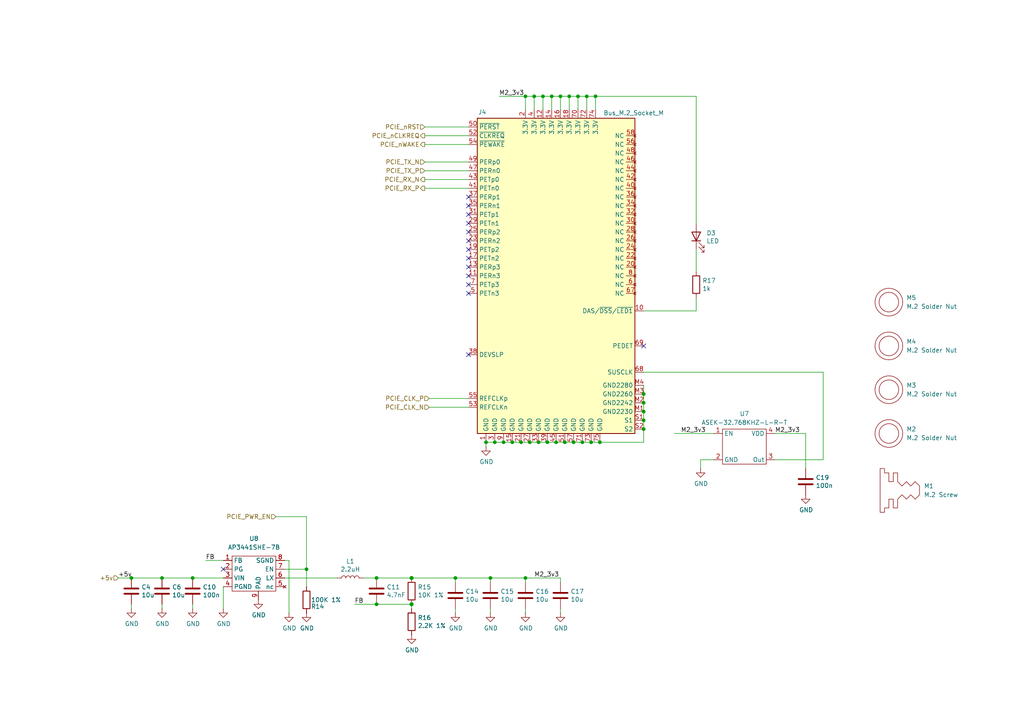
<source format=kicad_sch>
(kicad_sch (version 20250114) (generator "eeschema") (generator_version "9.0")
  (paper "A4")
  (title_block (title "Netherrack Home Server") (rev "1") (comment 1 "Source: raspberrypi.com"))
  (lib_symbols
    (symbol "CM5IO:AP3441SHE-7B"
      (property "Reference" "U" (at -6.35 10.16 0))
      (property "Value" "AP3441SHE-7B" (at 0 7.62 0))
      (symbol "AP3441SHE-7B_0_1"
        (rectangle (start -6.35 6.35) (end 6.35 -3.81))
      )
      (symbol "AP3441SHE-7B_1_1"
        (pin passive line (at -8.89 5.08 0) (length 2.54) (name "FB") (number "1"))
        (pin open_collector line (at -8.89 2.54 0) (length 2.54) (name "PG") (number "2"))
        (pin power_in line (at -8.89 0 0) (length 2.54) (name "VIN") (number "3"))
        (pin power_in line (at -8.89 -2.54 0) (length 2.54) (name "PGND") (number "4"))
        (pin input line (at 1.27 -6.35 90) (length 2.54) (name "PAD") (number "9"))
        (pin power_in line (at 8.89 5.08 180) (length 2.54) (name "SGND") (number "8"))
        (pin input line (at 8.89 2.54 180) (length 2.54) (name "EN") (number "7"))
        (pin power_out line (at 8.89 0 180) (length 2.54) (name "LX") (number "6"))
        (pin no_connect line (at 8.89 -2.54 180) (length 2.54) (name "nc") (number "5"))
      )
    )
    (symbol "CM5IO:ASEK-32.768KHZ-L-R-T"
      (property "Reference" "U" (at -5.08 6.35 0))
      (property "Value" "ASEK-32.768KHZ-L-R-T" (at 0 -6.35 0))
      (symbol "ASEK-32.768KHZ-L-R-T_0_1"
        (rectangle (start -6.35 5.08) (end 6.35 -5.08))
      )
      (symbol "ASEK-32.768KHZ-L-R-T_1_1"
        (pin input line (at -8.89 3.81 0) (length 2.54) (name "EN") (number "1"))
        (pin power_in line (at -8.89 -3.81 0) (length 2.54) (name "GND") (number "2"))
        (pin power_in line (at 8.89 3.81 180) (length 2.54) (name "VDD") (number "4"))
        (pin output line (at 8.89 -3.81 180) (length 2.54) (name "Out") (number "3"))
      )
    )
    (symbol "CM5IO:Bus_M.2_Socket_M"
      (property "Reference" "J" (at -22.86 46.99 0))
      (property "Value" "Bus_M.2_Socket_M" (at 30.988 46.99 0))
      (symbol "Bus_M.2_Socket_M_0_1"
        (rectangle (start -22.86 45.72) (end 22.86 -45.72) (stroke (width 0.254)) (fill (type background)))
      )
      (symbol "Bus_M.2_Socket_M_1_1"
        (pin input line (at -25.4 43.18 0) (length 2.54) (name "~{PERST}") (number "50"))
        (pin bidirectional line (at -25.4 40.64 0) (length 2.54) (name "~{CLKREQ}") (number "52"))
        (pin bidirectional line (at -25.4 38.1 0) (length 2.54) (name "~{PEWAKE}") (number "54"))
        (pin input line (at -25.4 33.02 0) (length 2.54) (name "PERp0") (number "49"))
        (pin input line (at -25.4 30.48 0) (length 2.54) (name "PERn0") (number "47"))
        (pin output line (at -25.4 27.94 0) (length 2.54) (name "PETp0") (number "43"))
        (pin output line (at -25.4 25.4 0) (length 2.54) (name "PETn0") (number "41"))
        (pin input line (at -25.4 22.86 0) (length 2.54) (name "PERp1") (number "37"))
        (pin input line (at -25.4 20.32 0) (length 2.54) (name "PERn1") (number "35"))
        (pin output line (at -25.4 17.78 0) (length 2.54) (name "PETp1") (number "31"))
        (pin output line (at -25.4 15.24 0) (length 2.54) (name "PETn1") (number "29"))
        (pin input line (at -25.4 12.7 0) (length 2.54) (name "PERp2") (number "25"))
        (pin input line (at -25.4 10.16 0) (length 2.54) (name "PERn2") (number "23"))
        (pin output line (at -25.4 7.62 0) (length 2.54) (name "PETp2") (number "19"))
        (pin output line (at -25.4 5.08 0) (length 2.54) (name "PETn2") (number "17"))
        (pin input line (at -25.4 2.54 0) (length 2.54) (name "PERp3") (number "13"))
        (pin input line (at -25.4 0 0) (length 2.54) (name "PERn3") (number "11"))
        (pin output line (at -25.4 -2.54 0) (length 2.54) (name "PETp3") (number "7"))
        (pin output line (at -25.4 -5.08 0) (length 2.54) (name "PETn3") (number "5"))
        (pin input line (at -25.4 -22.86 0) (length 2.54) (name "DEVSLP") (number "38"))
        (pin input line (at -25.4 -35.56 0) (length 2.54) (name "REFCLKp") (number "55"))
        (pin input line (at -25.4 -38.1 0) (length 2.54) (name "REFCLKn") (number "53"))
        (pin power_in line (at -20.32 -48.26 90) (length 2.54) (name "GND") (number "1"))
        (pin power_in line (at -17.78 -48.26 90) (length 2.54) (name "GND") (number "3"))
        (pin power_in line (at -15.24 -48.26 90) (length 2.54) (name "GND") (number "9"))
        (pin power_in line (at -12.7 -48.26 90) (length 2.54) (name "GND") (number "15"))
        (pin power_in line (at -10.16 -48.26 90) (length 2.54) (name "GND") (number "21"))
        (pin power_in line (at -8.89 48.26 270) (length 2.54) (name "3.3V") (number "2"))
        (pin power_in line (at -7.62 -48.26 90) (length 2.54) (name "GND") (number "27"))
        (pin power_in line (at -6.35 48.26 270) (length 2.54) (name "3.3V") (number "4"))
        (pin power_in line (at -5.08 -48.26 90) (length 2.54) (name "GND") (number "33"))
        (pin power_in line (at -3.81 48.26 270) (length 2.54) (name "3.3V") (number "12"))
        (pin power_in line (at -2.54 -48.26 90) (length 2.54) (name "GND") (number "39"))
        (pin power_in line (at -1.27 48.26 270) (length 2.54) (name "3.3V") (number "14"))
        (pin power_in line (at 0 -48.26 90) (length 2.54) (name "GND") (number "45"))
        (pin power_in line (at 1.27 48.26 270) (length 2.54) (name "3.3V") (number "16"))
        (pin power_in line (at 2.54 -48.26 90) (length 2.54) (name "GND") (number "51"))
        (pin power_in line (at 3.81 48.26 270) (length 2.54) (name "3.3V") (number "18"))
        (pin power_in line (at 5.08 -48.26 90) (length 2.54) (name "GND") (number "57"))
        (pin power_in line (at 6.35 48.26 270) (length 2.54) (name "3.3V") (number "70"))
        (pin power_in line (at 7.62 -48.26 90) (length 2.54) (name "GND") (number "71"))
        (pin power_in line (at 8.89 48.26 270) (length 2.54) (name "3.3V") (number "72"))
        (pin power_in line (at 10.16 -48.26 90) (length 2.54) (name "GND") (number "73"))
        (pin power_in line (at 11.43 48.26 270) (length 2.54) (name "3.3V") (number "74"))
        (pin power_in line (at 12.7 -48.26 90) (length 2.54) (name "GND") (number "75"))
        (pin no_connect line (at 22.86 40.64 180) (length 2.54) (name "NC") (number "58"))
        (pin no_connect line (at 22.86 38.1 180) (length 2.54) (name "NC") (number "56"))
        (pin no_connect line (at 22.86 35.56 180) (length 2.54) (name "NC") (number "48"))
        (pin no_connect line (at 22.86 33.02 180) (length 2.54) (name "NC") (number "46"))
        (pin no_connect line (at 22.86 30.48 180) (length 2.54) (name "NC") (number "44"))
        (pin no_connect line (at 22.86 27.94 180) (length 2.54) (name "NC") (number "42"))
        (pin no_connect line (at 22.86 25.4 180) (length 2.54) (name "NC") (number "40"))
        (pin no_connect line (at 22.86 22.86 180) (length 2.54) (name "NC") (number "36"))
        (pin no_connect line (at 22.86 20.32 180) (length 2.54) (name "NC") (number "34"))
        (pin no_connect line (at 22.86 17.78 180) (length 2.54) (name "NC") (number "32"))
        (pin no_connect line (at 22.86 15.24 180) (length 2.54) (name "NC") (number "30"))
        (pin no_connect line (at 22.86 12.7 180) (length 2.54) (name "NC") (number "28"))
        (pin no_connect line (at 22.86 10.16 180) (length 2.54) (name "NC") (number "26"))
        (pin no_connect line (at 22.86 7.62 180) (length 2.54) (name "NC") (number "24"))
        (pin no_connect line (at 22.86 5.08 180) (length 2.54) (name "NC") (number "22"))
        (pin no_connect line (at 22.86 2.54 180) (length 2.54) (name "NC") (number "20"))
        (pin no_connect line (at 22.86 0 180) (length 2.54) (name "NC") (number "8"))
        (pin no_connect line (at 22.86 -2.54 180) (length 2.54) (name "NC") (number "6"))
        (pin no_connect line (at 22.86 -5.08 180) (length 2.54) (name "NC") (number "67"))
        (pin bidirectional line (at 25.4 -10.16 180) (length 2.54) (name "DAS/~{DSS}/~{LED1}") (number "10"))
        (pin passive line (at 25.4 -20.32 180) (length 2.54) (name "PEDET") (number "69"))
        (pin input line (at 25.4 -27.94 180) (length 2.54) (name "SUSCLK") (number "68"))
        (pin passive line (at 25.4 -31.75 180) (length 2.54) (name "GND2280") (number "M4"))
        (pin passive line (at 25.4 -34.29 180) (length 2.54) (name "GND2260") (number "M3"))
        (pin passive line (at 25.4 -36.83 180) (length 2.54) (name "GND2242") (number "M2"))
        (pin passive line (at 25.4 -39.37 180) (length 2.54) (name "GND2230") (number "M1"))
        (pin passive line (at 25.4 -41.91 180) (length 2.54) (name "S1") (number "S1"))
        (pin passive line (at 25.4 -44.45 180) (length 2.54) (name "S2") (number "S2"))
      )
    )
    (symbol "CM5IO:M.2_Screw" (pin_numbers (hide yes)) (pin_names (offset 0) (hide yes)) (on_board no)
      (property "Reference" "M" (at -0.254 -6.35 0))
      (property "Value" "M.2 Screw" (at 0.254 -8.636 0))
      (symbol "M.2_Screw_0_1"
        (polyline (pts (xy -5.08 0) (xy -5.08 -6.35) (xy -3.81 -6.35) (xy -3.81 -5.08) (xy -2.54 -5.08) (xy -2.54 -2.54) (xy -1.27 -2.54) (xy -1.27 -5.08) (xy 0 -5.08) (xy 0 -2.54) (xy 1.27 -1.27) (xy 2.54 -2.54) (xy 3.81 -1.27) (xy 5.08 -2.54) (xy 6.35 -1.27) (xy 6.35 1.27) (xy 5.08 2.54) (xy 3.81 1.27) (xy 2.54 2.54) (xy 1.27 1.27) (xy 0 2.54) (xy 0 5.08) (xy -1.27 5.08) (xy -1.27 2.54) (xy -2.54 2.54) (xy -2.54 5.08) (xy -3.81 5.08) (xy -3.81 6.35) (xy -5.08 6.35) (xy -5.08 0)))
      )
    )
    (symbol "CM5IO:SolderNut" (pin_numbers (hide yes)) (pin_names (offset 0) (hide yes)) (exclude_from_sim yes) (on_board no)
      (property "Reference" "M" (at -6.35 -3.556 0))
      (property "Value" "M.2 Solder Nut" (at 0.254 -5.842 0))
      (symbol "SolderNut_0_1"
        (circle (center 0 0) (radius 2.8398))
        (circle (center 0 0) (radius 4.0161))
      )
    )
    (symbol "Device:C" (pin_numbers (hide yes)) (pin_names (offset 0.254))
      (property "Reference" "C" (at 0.635 2.54 0))
      (property "Value" "C" (at 0.635 -2.54 0))
      (symbol "C_0_1"
        (polyline (pts (xy -2.032 0.762) (xy 2.032 0.762)) (stroke (width 0.508)))
        (polyline (pts (xy -2.032 -0.762) (xy 2.032 -0.762)) (stroke (width 0.508)))
      )
      (symbol "C_1_1"
        (pin passive line (at 0 3.81 270) (length 2.794) (name "~") (number "1"))
        (pin passive line (at 0 -3.81 90) (length 2.794) (name "~") (number "2"))
      )
    )
    (symbol "Device:L" (pin_numbers (hide yes)) (pin_names (offset 1.016) (hide yes))
      (property "Reference" "L" (at -1.27 0 90))
      (property "Value" "L" (at 1.905 0 90))
      (symbol "L_0_1"
        (arc (start 0 2.54) (mid 0.6323 1.905) (end 0 1.27))
        (arc (start 0 1.27) (mid 0.6323 0.635) (end 0 0))
        (arc (start 0 0) (mid 0.6323 -0.635) (end 0 -1.27))
        (arc (start 0 -1.27) (mid 0.6323 -1.905) (end 0 -2.54))
      )
      (symbol "L_1_1"
        (pin passive line (at 0 3.81 270) (length 1.27) (name "1") (number "1"))
        (pin passive line (at 0 -3.81 90) (length 1.27) (name "2") (number "2"))
      )
    )
    (symbol "Device:LED" (pin_numbers (hide yes)) (pin_names (offset 1.016) (hide yes))
      (property "Reference" "D" (at 0 2.54 0))
      (property "Value" "LED" (at 0 -2.54 0))
      (symbol "LED_0_1"
        (polyline (pts (xy -3.048 -0.762) (xy -4.572 -2.286) (xy -3.81 -2.286) (xy -4.572 -2.286) (xy -4.572 -1.524)))
        (polyline (pts (xy -1.778 -0.762) (xy -3.302 -2.286) (xy -2.54 -2.286) (xy -3.302 -2.286) (xy -3.302 -1.524)))
        (polyline (pts (xy -1.27 0) (xy 1.27 0)))
        (polyline (pts (xy -1.27 -1.27) (xy -1.27 1.27)) (stroke (width 0.254)))
        (polyline (pts (xy 1.27 -1.27) (xy 1.27 1.27) (xy -1.27 0) (xy 1.27 -1.27)) (stroke (width 0.254)))
      )
      (symbol "LED_1_1"
        (pin passive line (at -3.81 0 0) (length 2.54) (name "K") (number "1"))
        (pin passive line (at 3.81 0 180) (length 2.54) (name "A") (number "2"))
      )
    )
    (symbol "Device:R" (pin_numbers (hide yes)) (pin_names (offset 0))
      (property "Reference" "R" (at 2.032 0 90))
      (property "Value" "R" (at 0 0 90))
      (symbol "R_0_1"
        (rectangle (start -1.016 -2.54) (end 1.016 2.54) (stroke (width 0.254)))
      )
      (symbol "R_1_1"
        (pin passive line (at 0 3.81 270) (length 1.27) (name "~") (number "1"))
        (pin passive line (at 0 -3.81 90) (length 1.27) (name "~") (number "2"))
      )
    )
    (symbol "power:GND" (power) (pin_numbers (hide yes)) (pin_names (offset 0) (hide yes))
      (property "Value" "GND" (at 0 -3.81 0))
      (symbol "GND_0_1"
        (polyline (pts (xy 0 0) (xy 0 -1.27) (xy 1.27 -1.27) (xy 0 -2.54) (xy -1.27 -1.27) (xy 0 -1.27)))
      )
      (symbol "GND_1_1"
        (pin power_in line (at 0 0 270) (length 0) (name "~") (number "1"))
      )
    )
  )
  (junction (at 156.21 128.27))
  (junction (at 170.18 27.94))
  (junction (at 55.88 167.64))
  (junction (at 119.38 175.26) (diameter 1.016))
  (junction (at 143.51 128.27))
  (junction (at 171.45 128.27))
  (junction (at 165.1 27.94))
  (junction (at 109.22 167.64))
  (junction (at 158.75 128.27))
  (junction (at 153.67 128.27))
  (junction (at 46.99 167.64))
  (junction (at 173.99 128.27))
  (junction (at 132.08 167.64))
  (junction (at 88.9 165.1))
  (junction (at 38.1 167.64))
  (junction (at 154.94 27.94))
  (junction (at 142.24 167.64))
  (junction (at 186.69 121.92))
  (junction (at 186.69 116.84))
  (junction (at 166.37 128.27))
  (junction (at 146.05 128.27))
  (junction (at 152.4 27.94))
  (junction (at 163.83 128.27))
  (junction (at 148.59 128.27))
  (junction (at 167.64 27.94))
  (junction (at 109.22 175.26))
  (junction (at 161.29 128.27))
  (junction (at 186.69 124.46))
  (junction (at 186.69 114.3))
  (junction (at 140.97 128.27))
  (junction (at 160.02 27.94))
  (junction (at 162.56 27.94))
  (junction (at 186.69 119.38))
  (junction (at 152.4 167.64))
  (junction (at 172.72 27.94))
  (junction (at 151.13 128.27))
  (junction (at 119.38 167.64) (diameter 1.016))
  (junction (at 168.91 128.27))
  (junction (at 157.48 27.94))
  (no_connect (at 64.77 165.1))
  (no_connect (at 135.89 80.01))
  (no_connect (at 135.89 85.09))
  (no_connect (at 135.89 72.39))
  (no_connect (at 135.89 82.55))
  (no_connect (at 135.89 57.15))
  (no_connect (at 135.89 102.87))
  (no_connect (at 135.89 77.47))
  (no_connect (at 186.69 100.33))
  (no_connect (at 135.89 67.31))
  (no_connect (at 135.89 62.23))
  (no_connect (at 135.89 74.93))
  (no_connect (at 135.89 69.85))
  (no_connect (at 135.89 64.77))
  (no_connect (at 135.89 59.69))
  (wire (pts (xy 186.69 124.46) (xy 186.69 128.27)))
  (wire (pts (xy 105.41 167.64) (xy 109.22 167.64)))
  (wire (pts (xy 140.97 128.27) (xy 143.51 128.27)))
  (wire (pts (xy 167.64 27.94) (xy 170.18 27.94)))
  (wire (pts (xy 162.56 27.94) (xy 162.56 31.75)))
  (wire (pts (xy 195.58 125.73) (xy 207.01 125.73)))
  (wire (pts (xy 201.93 27.94) (xy 201.93 64.77)))
  (wire (pts (xy 109.22 167.64) (xy 119.38 167.64)))
  (wire (pts (xy 152.4 27.94) (xy 154.94 27.94)))
  (wire (pts (xy 173.99 128.27) (xy 171.45 128.27)))
  (wire (pts (xy 123.19 52.07) (xy 135.89 52.07)))
  (wire (pts (xy 142.24 167.64) (xy 152.4 167.64)))
  (wire (pts (xy 88.9 165.1) (xy 88.9 170.18)))
  (wire (pts (xy 152.4 167.64) (xy 162.56 167.64)))
  (wire (pts (xy 124.46 115.57) (xy 135.89 115.57)))
  (wire (pts (xy 59.69 162.56) (xy 64.77 162.56)))
  (wire (pts (xy 135.89 46.99) (xy 123.19 46.99)))
  (wire (pts (xy 156.21 128.27) (xy 153.67 128.27)))
  (wire (pts (xy 55.88 175.26) (xy 55.88 176.53)))
  (wire (pts (xy 154.94 27.94) (xy 157.48 27.94)))
  (wire (pts (xy 186.69 119.38) (xy 186.69 121.92)))
  (wire (pts (xy 186.69 121.92) (xy 186.69 124.46)))
  (wire (pts (xy 165.1 27.94) (xy 165.1 31.75)))
  (wire (pts (xy 123.19 54.61) (xy 135.89 54.61)))
  (wire (pts (xy 171.45 128.27) (xy 168.91 128.27)))
  (wire (pts (xy 123.19 49.53) (xy 135.89 49.53)))
  (wire (pts (xy 46.99 167.64) (xy 55.88 167.64)))
  (wire (pts (xy 201.93 90.17) (xy 201.93 86.36)))
  (wire (pts (xy 172.72 27.94) (xy 201.93 27.94)))
  (wire (pts (xy 82.55 165.1) (xy 88.9 165.1)))
  (wire (pts (xy 132.08 167.64) (xy 142.24 167.64)))
  (wire (pts (xy 186.69 116.84) (xy 186.69 119.38)))
  (wire (pts (xy 167.64 27.94) (xy 167.64 31.75)))
  (wire (pts (xy 34.29 167.64) (xy 38.1 167.64)))
  (wire (pts (xy 186.69 114.3) (xy 186.69 116.84)))
  (wire (pts (xy 152.4 167.64) (xy 152.4 168.91)))
  (wire (pts (xy 186.69 128.27) (xy 173.99 128.27)))
  (wire (pts (xy 168.91 128.27) (xy 166.37 128.27)))
  (wire (pts (xy 119.38 167.64) (xy 132.08 167.64)))
  (wire (pts (xy 152.4 176.53) (xy 152.4 177.8)))
  (wire (pts (xy 158.75 128.27) (xy 161.29 128.27)))
  (wire (pts (xy 166.37 128.27) (xy 163.83 128.27)))
  (wire (pts (xy 170.18 27.94) (xy 172.72 27.94)))
  (wire (pts (xy 82.55 167.64) (xy 97.79 167.64)))
  (wire (pts (xy 238.76 133.35) (xy 224.79 133.35)))
  (wire (pts (xy 157.48 27.94) (xy 160.02 27.94)))
  (wire (pts (xy 203.2 135.89) (xy 203.2 133.35)))
  (wire (pts (xy 157.48 27.94) (xy 157.48 31.75)))
  (wire (pts (xy 186.69 111.76) (xy 186.69 114.3)))
  (wire (pts (xy 152.4 27.94) (xy 152.4 31.75)))
  (wire (pts (xy 55.88 167.64) (xy 64.77 167.64)))
  (wire (pts (xy 88.9 149.86) (xy 88.9 165.1)))
  (wire (pts (xy 172.72 27.94) (xy 172.72 31.75)))
  (wire (pts (xy 124.46 118.11) (xy 135.89 118.11)))
  (wire (pts (xy 109.22 175.26) (xy 119.38 175.26)))
  (wire (pts (xy 123.19 39.37) (xy 135.89 39.37)))
  (wire (pts (xy 38.1 175.26) (xy 38.1 176.53)))
  (wire (pts (xy 123.19 41.91) (xy 135.89 41.91)))
  (wire (pts (xy 132.08 168.91) (xy 132.08 167.64)))
  (wire (pts (xy 146.05 128.27) (xy 143.51 128.27)))
  (wire (pts (xy 82.55 162.56) (xy 83.82 162.56)))
  (wire (pts (xy 140.97 128.27) (xy 140.97 129.54)))
  (wire (pts (xy 148.59 128.27) (xy 151.13 128.27)))
  (wire (pts (xy 186.69 90.17) (xy 201.93 90.17)))
  (wire (pts (xy 144.78 27.94) (xy 152.4 27.94)))
  (wire (pts (xy 162.56 27.94) (xy 165.1 27.94)))
  (wire (pts (xy 186.69 107.95) (xy 238.76 107.95)))
  (wire (pts (xy 38.1 167.64) (xy 46.99 167.64)))
  (wire (pts (xy 233.68 125.73) (xy 224.79 125.73)))
  (wire (pts (xy 142.24 167.64) (xy 142.24 168.91)))
  (wire (pts (xy 163.83 128.27) (xy 161.29 128.27)))
  (wire (pts (xy 80.01 149.86) (xy 88.9 149.86)))
  (wire (pts (xy 46.99 175.26) (xy 46.99 176.53)))
  (wire (pts (xy 151.13 128.27) (xy 153.67 128.27)))
  (wire (pts (xy 156.21 128.27) (xy 158.75 128.27)))
  (wire (pts (xy 132.08 177.8) (xy 132.08 176.53)))
  (wire (pts (xy 201.93 72.39) (xy 201.93 78.74)))
  (wire (pts (xy 160.02 27.94) (xy 160.02 31.75)))
  (wire (pts (xy 162.56 176.53) (xy 162.56 177.8)))
  (wire (pts (xy 203.2 133.35) (xy 207.01 133.35)))
  (wire (pts (xy 233.68 135.89) (xy 233.68 125.73)))
  (wire (pts (xy 64.77 176.53) (xy 64.77 170.18)))
  (wire (pts (xy 162.56 167.64) (xy 162.56 168.91)))
  (wire (pts (xy 154.94 27.94) (xy 154.94 31.75)))
  (wire (pts (xy 142.24 176.53) (xy 142.24 177.8)))
  (wire (pts (xy 165.1 27.94) (xy 167.64 27.94)))
  (wire (pts (xy 119.38 176.53) (xy 119.38 175.26)))
  (wire (pts (xy 146.05 128.27) (xy 148.59 128.27)))
  (wire (pts (xy 123.19 36.83) (xy 135.89 36.83)))
  (wire (pts (xy 102.87 175.26) (xy 109.22 175.26)))
  (wire (pts (xy 160.02 27.94) (xy 162.56 27.94)))
  (wire (pts (xy 170.18 27.94) (xy 170.18 31.75)))
  (wire (pts (xy 238.76 107.95) (xy 238.76 133.35)))
  (wire (pts (xy 83.82 162.56) (xy 83.82 177.8)))
  (label "M2_3v3" (at 154.94 167.64 0))
  (label "+5v" (at 34.29 167.64 0))
  (label "FB" (at 59.69 162.56 0))
  (label "M2_3v3" (at 224.79 125.73 0))
  (label "M2_3v3" (at 197.485 125.73 0))
  (label "M2_3v3" (at 144.78 27.94 0))
  (label "FB" (at 102.87 175.26 0))
  (hierarchical_label "PCIE_RX_N" (shape output) (at 123.19 52.07 180))
  (hierarchical_label "PCIE_CLK_N" (shape input) (at 124.46 118.11 180))
  (hierarchical_label "PCIE_TX_P" (shape input) (at 123.19 49.53 180))
  (hierarchical_label "PCIE_nCLKREQ" (shape output) (at 123.19 39.37 180))
  (hierarchical_label "PCIE_RX_P" (shape output) (at 123.19 54.61 180))
  (hierarchical_label "PCIE_PWR_EN" (shape input) (at 80.01 149.86 180))
  (hierarchical_label "PCIE_nWAKE" (shape output) (at 123.19 41.91 180))
  (hierarchical_label "PCIE_TX_N" (shape input) (at 123.19 46.99 180))
  (hierarchical_label "PCIE_nRST" (shape input) (at 123.19 36.83 180))
  (hierarchical_label "+5v" (shape input) (at 34.29 167.64 180))
  (hierarchical_label "PCIE_CLK_P" (shape input) (at 124.46 115.57 180))
  (symbol (lib_id "Device:LED") (at 201.93 68.58 90) (unit 1)
    (property "Reference" "D3" (at 204.9018 67.5894 90) (effects (justify right)))
    (property "Value" "LED" (at 204.9018 69.9008 90) (effects (justify right)))
    (property "Footprint" "LED_SMD:LED_0603_1608Metric" (effects (hide yes)))
    (property "Datasheet" "http://optoelectronics.liteon.com/upload/download/DS22-2000-226/LTST-S270KGKT.pdf" (effects (hide yes)))
    (property "Field4" "Digikey " (effects (hide yes)))
    (property "Field5" "LTST-S270KGKT" (effects (hide yes)))
    (property "Field6" "SML-A12M8TT86N" (effects (hide yes)))
    (property "Field7" "Rohm" (effects (hide yes)))
    (property "Field8" "650263301" (effects (hide yes)))
    (property "Part Description" "	Green 572nm LED Indication - Discrete 2.2V 2-SMD, No Lead" (effects (hide yes)))
  )
  (symbol (lib_id "Device:C") (at 152.4 172.72 0) (unit 1)
    (property "Reference" "C16" (at 155.321 171.5516 0) (effects (justify left)))
    (property "Value" "10u" (at 155.321 173.863 0) (effects (justify left)))
    (property "Footprint" "Capacitor_SMD:C_0402_1005Metric" (effects (hide yes)))
    (property "Datasheet" "https://search.murata.co.jp/Ceramy/image/img/A01X/G101/ENG/GRM21BR71A106KA73-01.pdf" (effects (hide yes)))
    (property "Field4" "Digikey" (effects (hide yes)))
    (property "Field5" "490-14381-1-ND" (effects (hide yes)))
    (property "Field6" "GRM21BR71A106KA73L" (effects (hide yes)))
    (property "Field7" "Murata" (effects (hide yes)))
    (property "Field8" "111893011" (effects (hide yes)))
    (property "Part Description" "	10uF 10% 10V Ceramic Capacitor X7R 0805 (2012 Metric)" (effects (hide yes)))
  )
  (symbol (lib_id "power:GND") (at 152.4 177.8 0) (unit 1)
    (property "Reference" "#PWR018" (effects (hide yes)))
    (property "Value" "GND" (at 152.527 182.1942 0))
    (property "Description" "Power symbol creates a global label with name \"GND\" , ground" (effects (hide yes)))
  )
  (symbol (lib_id "Device:C") (at 46.99 171.45 0) (unit 1)
    (property "Reference" "C6" (at 49.911 170.2816 0) (effects (justify left)))
    (property "Value" "10u" (at 49.911 172.593 0) (effects (justify left)))
    (property "Footprint" "Capacitor_SMD:C_0402_1005Metric" (effects (hide yes)))
    (property "Datasheet" "https://search.murata.co.jp/Ceramy/image/img/A01X/G101/ENG/GRM21BR71A106KA73-01.pdf" (effects (hide yes)))
    (property "Field4" "Digikey" (effects (hide yes)))
    (property "Field5" "490-14381-1-ND" (effects (hide yes)))
    (property "Field6" "GRM21BR71A106KA73L" (effects (hide yes)))
    (property "Field7" "Murata" (effects (hide yes)))
    (property "Field8" "111893011" (effects (hide yes)))
    (property "Part Description" "	10uF 10% 10V Ceramic Capacitor X7R 0805 (2012 Metric)" (effects (hide yes)))
  )
  (symbol (lib_id "power:GND") (at 46.99 176.53 0) (unit 1)
    (property "Reference" "#PWR021" (effects (hide yes)))
    (property "Value" "GND" (at 47.117 180.9242 0))
    (property "Description" "Power symbol creates a global label with name \"GND\" , ground" (effects (hide yes)))
  )
  (symbol (lib_id "power:GND") (at 140.97 129.54 0) (unit 1)
    (property "Reference" "#PWR019" (effects (hide yes)))
    (property "Value" "GND" (at 141.097 133.9342 0))
    (property "Description" "Power symbol creates a global label with name \"GND\" , ground" (effects (hide yes)))
  )
  (symbol (lib_id "power:GND") (at 162.56 177.8 0) (unit 1)
    (property "Reference" "#PWR024" (effects (hide yes)))
    (property "Value" "GND" (at 162.687 182.1942 0))
    (property "Description" "Power symbol creates a global label with name \"GND\" , ground" (effects (hide yes)))
  )
  (symbol (lib_id "Device:R") (at 201.93 82.55 0) (unit 1)
    (property "Reference" "R17" (at 203.708 81.3816 0) (effects (justify left)))
    (property "Value" "1k" (at 203.708 83.693 0) (effects (justify left)))
    (property "Footprint" "Resistor_SMD:R_0402_1005Metric" (effects (hide yes)))
    (property "Datasheet" "https://fscdn.rohm.com/en/products/databook/datasheet/passive/resistor/chip_resistor/mcr-e.pdf" (effects (hide yes)))
    (property "Field4" "Farnell" (effects (hide yes)))
    (property "Field5" "9239235" (effects (hide yes)))
    (property "Field7" "KOA EUROPE GMBH" (effects (hide yes)))
    (property "Field6" "RK73H1ETTP1001F" (effects (hide yes)))
    (property "Part Description" "Resistor 1K M1005 1% 63mW" (effects (hide yes)))
    (property "Field8" "125049511" (effects (hide yes)))
  )
  (symbol (lib_id "CM5IO:SolderNut") (at 257.81 113.03 0) (unit 1) (exclude_from_sim yes) (on_board no)
    (property "Reference" "M3" (at 262.89 111.7599 0) (effects (justify left)))
    (property "Value" "M.2 Solder Nut" (at 262.89 114.2999 0) (effects (justify left)))
    (property "Part Description" "Solder nut for M.2 slot" (effects (hide yes)))
  )
  (symbol (lib_id "Device:L") (at 101.6 167.64 90) (unit 1)
    (property "Reference" "L1" (at 101.6 162.814 90))
    (property "Value" "2.2uH" (at 101.6 165.1254 90))
    (property "Footprint" "CM5IO:L_Bourns_SRP5030CC" (effects (hide yes)))
    (property "Datasheet" "https://www.bourns.com/docs/product-datasheets/srp5030cc.pdf" (effects (hide yes)))
    (property "Field6" "SRP5030CC-2R2M" (effects (hide yes)))
    (property "Field7" "Bourns" (effects (hide yes)))
    (property "Part Description" "Inductor, SMT, 2520, 2u2, IRMS=7A, ISAT=8A, DCR=0.032R" (effects (hide yes)))
    (property "Field5" "SRP5030CC-2R2M" (effects (hide yes)))
  )
  (symbol (lib_id "power:GND") (at 64.77 176.53 0) (unit 1)
    (property "Reference" "#PWR022" (effects (hide yes)))
    (property "Value" "GND" (at 64.897 180.9242 0))
    (property "Description" "Power symbol creates a global label with name \"GND\" , ground" (effects (hide yes)))
  )
  (symbol (lib_id "Device:R") (at 119.38 171.45 0) (unit 1)
    (property "Reference" "R15" (at 121.158 170.2816 0) (effects (justify left)))
    (property "Value" "10K 1%" (at 121.158 172.593 0) (effects (justify left)))
    (property "Footprint" "Resistor_SMD:R_0402_1005Metric" (effects (hide yes)))
    (property "Datasheet" "https://fscdn.rohm.com/en/products/databook/datasheet/passive/resistor/chip_resistor/mcr-e.pdf" (effects (hide yes)))
    (property "Field4" "Farnell" (effects (hide yes)))
    (property "Field7" "Rohm" (effects (hide yes)))
    (property "Field6" "MCR01MZPF1002" (effects (hide yes)))
    (property "Part Description" "Resistor 10K M1005 1% 63mW" (effects (hide yes)))
  )
  (symbol (lib_id "Device:C") (at 233.68 139.7 0) (unit 1)
    (property "Reference" "C19" (at 236.601 138.5316 0) (effects (justify left)))
    (property "Value" "100n" (at 236.601 140.843 0) (effects (justify left)))
    (property "Footprint" "Capacitor_SMD:C_0402_1005Metric" (effects (hide yes)))
    (property "Datasheet" "https://search.murata.co.jp/Ceramy/image/img/A01X/G101/ENG/GRM155R71C104KA88-01.pdf" (effects (hide yes)))
    (property "Field4" "Farnell" (effects (hide yes)))
    (property "Field5" "2611911" (effects (hide yes)))
    (property "Field6" "RM EMK105 B7104KV-F" (effects (hide yes)))
    (property "Field7" "TAIYO YUDEN EUROPE GMBH" (effects (hide yes)))
    (property "Field8" "110091611" (effects (hide yes)))
    (property "Part Description" "	0.1uF 10% 16V Ceramic Capacitor X7R 0402 (1005 Metric)" (effects (hide yes)))
  )
  (symbol (lib_id "Device:R") (at 88.9 173.99 0) (unit 1)
    (property "Reference" "R14" (at 90.17 175.895 0) (effects (justify left)))
    (property "Value" "100K 1%" (at 90.17 173.99 0) (effects (justify left)))
    (property "Footprint" "Resistor_SMD:R_0402_1005Metric" (effects (hide yes)))
    (property "Datasheet" "https://fscdn.rohm.com/en/products/databook/datasheet/passive/resistor/chip_resistor/mcr-e.pdf" (effects (hide yes)))
    (property "Field4" "Farnell" (effects (hide yes)))
    (property "Field6" "MCR01MZPF1003" (effects (hide yes)))
    (property "Field7" "Rohm" (effects (hide yes)))
    (property "Part Description" "Resistor 100K M1005 1% 63mW" (effects (hide yes)))
  )
  (symbol (lib_id "Device:R") (at 119.38 180.34 0) (unit 1)
    (property "Reference" "R16" (at 121.158 179.1716 0) (effects (justify left)))
    (property "Value" "2.2K 1%" (at 121.158 181.483 0) (effects (justify left)))
    (property "Footprint" "Resistor_SMD:R_0402_1005Metric" (effects (hide yes)))
    (property "Datasheet" "https://fscdn.rohm.com/en/products/databook/datasheet/passive/resistor/chip_resistor/mcr-e.pdf" (effects (hide yes)))
    (property "Field4" "Farnell" (effects (hide yes)))
    (property "Part Description" "Resistor 2.2K M1005 1% 63mW" (effects (hide yes)))
  )
  (symbol (lib_id "CM5IO:ASEK-32.768KHZ-L-R-T") (at 215.9 129.54 0) (unit 1)
    (property "Reference" "U7" (at 215.9 120.015 0))
    (property "Value" "ASEK-32.768KHZ-L-R-T" (at 215.9 122.555 0))
    (property "Footprint" "Crystal:Crystal_SMD_3225-4Pin_3.2x2.5mm" (effects (hide yes)))
    (property "Datasheet" "https://abracon.com/Oscillators/ASEK.pdf" (effects (hide yes)))
    (property "Field5" "ASEK-32.768KHZ-L-R-T" (effects (hide yes)))
    (property "Field6" "ASEK-32.768KHZ-L-R-T" (effects (hide yes)))
    (property "Field7" "abracon" (effects (hide yes)))
    (property "Part Description" "32KHz Xtal oscilator" (effects (hide yes)))
  )
  (symbol (lib_id "Device:C") (at 38.1 171.45 0) (unit 1)
    (property "Reference" "C4" (at 41.021 170.2816 0) (effects (justify left)))
    (property "Value" "10u" (at 41.021 172.593 0) (effects (justify left)))
    (property "Footprint" "Capacitor_SMD:C_0402_1005Metric" (effects (hide yes)))
    (property "Datasheet" "https://search.murata.co.jp/Ceramy/image/img/A01X/G101/ENG/GRM21BR71A106KA73-01.pdf" (effects (hide yes)))
    (property "Field4" "Digikey" (effects (hide yes)))
    (property "Field5" "490-14381-1-ND" (effects (hide yes)))
    (property "Field6" "GRM21BR71A106KA73L" (effects (hide yes)))
    (property "Field7" "Murata" (effects (hide yes)))
    (property "Field8" "111893011" (effects (hide yes)))
    (property "Part Description" "	10uF 10% 10V Ceramic Capacitor X7R 0805 (2012 Metric)" (effects (hide yes)))
  )
  (symbol (lib_id "CM5IO:AP3441SHE-7B") (at 73.66 167.64 0) (unit 1)
    (property "Reference" "U8" (at 73.66 156.21 0))
    (property "Value" "AP3441SHE-7B" (at 73.66 158.75 0))
    (property "Footprint" "Package_DFN_QFN:DFN-8-1EP_2x2mm_P0.5mm_EP1.05x1.75mm" (effects (hide yes)))
    (property "Datasheet" "https://www.diodes.com/assets/Datasheets/AP3441-L.pdf" (effects (hide yes)))
    (property "Field5" "AP3441SHE-7B" (effects (hide yes)))
    (property "Field6" "AP3441SHE-7B" (effects (hide yes)))
    (property "Field7" "Diodes" (effects (hide yes)))
    (property "Part Description" "3A DC-DC converter" (effects (hide yes)))
  )
  (symbol (lib_id "Device:C") (at 55.88 171.45 0) (unit 1)
    (property "Reference" "C10" (at 58.801 170.2816 0) (effects (justify left)))
    (property "Value" "100n" (at 58.801 172.593 0) (effects (justify left)))
    (property "Footprint" "Capacitor_SMD:C_0402_1005Metric" (effects (hide yes)))
    (property "Datasheet" "https://search.murata.co.jp/Ceramy/image/img/A01X/G101/ENG/GRM155R71C104KA88-01.pdf" (effects (hide yes)))
    (property "Field4" "Farnell" (effects (hide yes)))
    (property "Field5" "2611911" (effects (hide yes)))
    (property "Field6" "RM EMK105 B7104KV-F" (effects (hide yes)))
    (property "Field7" "TAIYO YUDEN EUROPE GMBH" (effects (hide yes)))
    (property "Field8" "110091611" (effects (hide yes)))
    (property "Part Description" "	0.1uF 10% 16V Ceramic Capacitor X7R 0402 (1005 Metric)" (effects (hide yes)))
  )
  (symbol (lib_id "Device:C") (at 132.08 172.72 0) (unit 1)
    (property "Reference" "C14" (at 135.001 171.5516 0) (effects (justify left)))
    (property "Value" "10u" (at 135.001 173.863 0) (effects (justify left)))
    (property "Footprint" "Capacitor_SMD:C_0402_1005Metric" (effects (hide yes)))
    (property "Datasheet" "https://search.murata.co.jp/Ceramy/image/img/A01X/G101/ENG/GRM21BR71A106KA73-01.pdf" (effects (hide yes)))
    (property "Field4" "Digikey" (effects (hide yes)))
    (property "Field5" "490-14381-1-ND" (effects (hide yes)))
    (property "Field6" "GRM21BR71A106KA73L" (effects (hide yes)))
    (property "Field7" "Murata" (effects (hide yes)))
    (property "Field8" "111893011" (effects (hide yes)))
    (property "Part Description" "	10uF 10% 10V Ceramic Capacitor X7R 0805 (2012 Metric)" (effects (hide yes)))
  )
  (symbol (lib_id "power:GND") (at 38.1 176.53 0) (unit 1)
    (property "Reference" "#PWR020" (effects (hide yes)))
    (property "Value" "GND" (at 38.227 180.9242 0))
    (property "Description" "Power symbol creates a global label with name \"GND\" , ground" (effects (hide yes)))
  )
  (symbol (lib_id "power:GND") (at 88.9 177.8 0) (unit 1)
    (property "Reference" "#PWR08" (effects (hide yes)))
    (property "Value" "GND" (at 89.027 182.1942 0))
    (property "Description" "Power symbol creates a global label with name \"GND\" , ground" (effects (hide yes)))
  )
  (symbol (lib_id "power:GND") (at 119.38 184.15 0) (unit 1)
    (property "Reference" "#PWR016" (effects (hide yes)))
    (property "Value" "GND" (at 119.507 188.5442 0))
    (property "Description" "Power symbol creates a global label with name \"GND\" , ground" (effects (hide yes)))
  )
  (symbol (lib_id "CM5IO:M.2_Screw") (at 260.35 142.24 0) (unit 1) (on_board no)
    (property "Reference" "M1" (at 267.97 140.9699 0) (effects (justify left)))
    (property "Value" "M.2 Screw" (at 267.97 143.5099 0) (effects (justify left)))
    (property "Part Description" "M.2 Screw" (effects (hide yes)))
  )
  (symbol (lib_id "power:GND") (at 83.82 177.8 0) (unit 1)
    (property "Reference" "#PWR023" (effects (hide yes)))
    (property "Value" "GND" (at 83.947 182.1942 0))
    (property "Description" "Power symbol creates a global label with name \"GND\" , ground" (effects (hide yes)))
  )
  (symbol (lib_id "Device:C") (at 109.22 171.45 0) (unit 1)
    (property "Reference" "C11" (at 112.141 170.2816 0) (effects (justify left)))
    (property "Value" "4.7nF" (at 112.141 172.593 0) (effects (justify left)))
    (property "Footprint" "Capacitor_SMD:C_0402_1005Metric" (effects (hide yes)))
    (property "Part Description" "4.7nF capacitor 0402" (effects (hide yes)))
  )
  (symbol (lib_id "CM5IO:SolderNut") (at 257.81 100.33 0) (unit 1) (exclude_from_sim yes) (on_board no)
    (property "Reference" "M4" (at 262.89 99.0599 0) (effects (justify left)))
    (property "Value" "M.2 Solder Nut" (at 262.89 101.5999 0) (effects (justify left)))
    (property "Part Description" "Solder nut for M.2 slot" (effects (hide yes)))
  )
  (symbol (lib_id "power:GND") (at 142.24 177.8 0) (unit 1)
    (property "Reference" "#PWR015" (effects (hide yes)))
    (property "Value" "GND" (at 142.367 182.1942 0))
    (property "Description" "Power symbol creates a global label with name \"GND\" , ground" (effects (hide yes)))
  )
  (symbol (lib_id "CM5IO:SolderNut") (at 257.81 87.63 0) (unit 1) (exclude_from_sim yes) (on_board no)
    (property "Reference" "M5" (at 262.89 86.3599 0) (effects (justify left)))
    (property "Value" "M.2 Solder Nut" (at 262.89 88.8999 0) (effects (justify left)))
    (property "Part Description" "Solder nut for M.2 slot" (effects (hide yes)))
  )
  (symbol (lib_id "power:GND") (at 74.93 173.99 0) (unit 1)
    (property "Reference" "#PWR028" (effects (hide yes)))
    (property "Value" "GND" (at 75.057 178.3842 0))
    (property "Description" "Power symbol creates a global label with name \"GND\" , ground" (effects (hide yes)))
  )
  (symbol (lib_id "Device:C") (at 142.24 172.72 0) (unit 1)
    (property "Reference" "C15" (at 145.161 171.5516 0) (effects (justify left)))
    (property "Value" "10u" (at 145.161 173.863 0) (effects (justify left)))
    (property "Footprint" "Capacitor_SMD:C_0402_1005Metric" (effects (hide yes)))
    (property "Datasheet" "https://search.murata.co.jp/Ceramy/image/img/A01X/G101/ENG/GRM21BR71A106KA73-01.pdf" (effects (hide yes)))
    (property "Field4" "Digikey" (effects (hide yes)))
    (property "Field5" "490-14381-1-ND" (effects (hide yes)))
    (property "Field6" "GRM21BR71A106KA73L" (effects (hide yes)))
    (property "Field7" "Murata" (effects (hide yes)))
    (property "Field8" "111893011" (effects (hide yes)))
    (property "Part Description" "	10uF 10% 10V Ceramic Capacitor X7R 0805 (2012 Metric)" (effects (hide yes)))
  )
  (symbol (lib_id "power:GND") (at 233.68 143.51 0) (unit 1)
    (property "Reference" "#PWR025" (effects (hide yes)))
    (property "Value" "GND" (at 233.807 147.9042 0))
    (property "Description" "Power symbol creates a global label with name \"GND\" , ground" (effects (hide yes)))
  )
  (symbol (lib_id "CM5IO:Bus_M.2_Socket_M") (at 161.29 80.01 0) (unit 1)
    (property "Reference" "J4" (at 138.684 32.512 0) (effects (justify left)))
    (property "Value" "Bus_M.2_Socket_M" (at 175.006 32.766 0) (effects (justify left)))
    (property "Footprint" "CM5IO:M.2 M Key socket" (effects (hide yes)))
    (property "Description" "M.2 Socket 3 Mechanical Key M" (effects (hide yes)))
    (property "Field5" "MTSSD03-67MSW337" (effects (hide yes)))
    (property "Field6" "MTSSD03-67MSW337" (effects (hide yes)))
    (property "Field7" "MTCONN" (effects (hide yes)))
    (property "Part Description" "M.2 M Key connector" (effects (hide yes)))
  )
  (symbol (lib_id "power:GND") (at 55.88 176.53 0) (unit 1)
    (property "Reference" "#PWR014" (effects (hide yes)))
    (property "Value" "GND" (at 56.007 180.9242 0))
    (property "Description" "Power symbol creates a global label with name \"GND\" , ground" (effects (hide yes)))
  )
  (symbol (lib_id "CM5IO:SolderNut") (at 257.81 125.73 0) (unit 1) (exclude_from_sim yes) (on_board no)
    (property "Reference" "M2" (at 262.89 124.4599 0) (effects (justify left)))
    (property "Value" "M.2 Solder Nut" (at 262.89 126.9999 0) (effects (justify left)))
    (property "Part Description" "Solder nut for M.2 slot" (effects (hide yes)))
  )
  (symbol (lib_id "Device:C") (at 162.56 172.72 0) (unit 1)
    (property "Reference" "C17" (at 165.481 171.5516 0) (effects (justify left)))
    (property "Value" "10u" (at 165.481 173.863 0) (effects (justify left)))
    (property "Footprint" "Capacitor_SMD:C_0402_1005Metric" (effects (hide yes)))
    (property "Datasheet" "https://search.murata.co.jp/Ceramy/image/img/A01X/G101/ENG/GRM21BR71A106KA73-01.pdf" (effects (hide yes)))
    (property "Field4" "Digikey" (effects (hide yes)))
    (property "Field5" "490-14381-1-ND" (effects (hide yes)))
    (property "Field6" "GRM21BR71A106KA73L" (effects (hide yes)))
    (property "Field7" "Murata" (effects (hide yes)))
    (property "Field8" "111893011" (effects (hide yes)))
    (property "Part Description" "	10uF 10% 10V Ceramic Capacitor X7R 0805 (2012 Metric)" (effects (hide yes)))
  )
  (symbol (lib_id "power:GND") (at 203.2 135.89 0) (unit 1)
    (property "Reference" "#PWR026" (effects (hide yes)))
    (property "Value" "GND" (at 203.327 140.2842 0))
    (property "Description" "Power symbol creates a global label with name \"GND\" , ground" (effects (hide yes)))
  )
  (symbol (lib_id "power:GND") (at 132.08 177.8 0) (unit 1)
    (property "Reference" "#PWR017" (effects (hide yes)))
    (property "Value" "GND" (at 132.207 182.1942 0))
    (property "Description" "Power symbol creates a global label with name \"GND\" , ground" (effects (hide yes)))
  )
)
</source>
